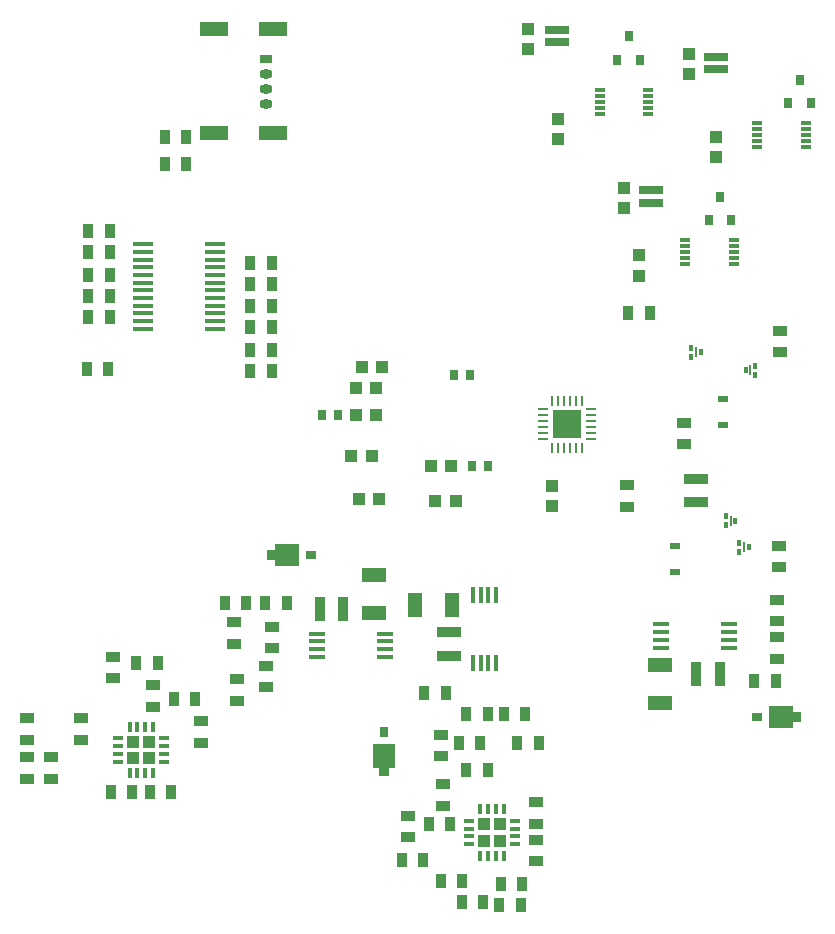
<source format=gbp>
%FSLAX44Y44*%
%MOMM*%
G71*
G01*
G75*
G04 Layer_Color=128*
%ADD10R,1.2192X0.8128*%
%ADD11R,0.6500X0.2500*%
%ADD12R,0.1900X0.7500*%
%ADD13R,1.6500X4.4000*%
%ADD14R,0.8128X1.2192*%
%ADD15R,0.3048X0.8128*%
%ADD16R,0.8128X0.3048*%
%ADD17R,0.6500X0.8500*%
%ADD18R,0.9500X0.6500*%
%ADD19R,2.0066X0.8128*%
%ADD20R,0.3556X1.4224*%
%ADD21R,1.2192X2.0066*%
%ADD22R,2.0066X1.2192*%
%ADD23R,1.0160X1.1176*%
%ADD24O,1.0000X0.2500*%
%ADD25O,0.2500X1.0000*%
%ADD26R,2.4500X2.4500*%
%ADD27R,0.8000X0.9000*%
%ADD28R,2.1000X0.7000*%
%ADD29R,0.7112X0.9144*%
%ADD30R,0.8890X0.3048*%
%ADD31R,0.2000X0.9100*%
%ADD32R,0.4500X0.5000*%
%ADD33R,0.8300X0.6300*%
%ADD34R,1.1176X1.0160*%
%ADD35O,1.6500X0.3000*%
%ADD36R,1.3000X1.9000*%
%ADD37R,0.9144X0.7112*%
%ADD38O,2.1000X0.3000*%
%ADD39O,0.3000X2.1000*%
%ADD40R,1.4224X0.3556*%
%ADD41R,0.8500X0.6500*%
%ADD42R,0.6500X0.9500*%
%ADD43R,0.8128X2.0066*%
%ADD44C,0.5080*%
%ADD45C,0.2540*%
%ADD46C,0.0000*%
%ADD47R,1.9500X2.0000*%
%ADD48R,0.6500X0.8500*%
%ADD49R,2.0000X1.9500*%
%ADD50R,1.2700X1.2700*%
%ADD51C,1.2700*%
%ADD52C,1.0160*%
%ADD53R,2.7178X2.7178*%
%ADD54R,1.0668X1.0670*%
%ADD55C,1.0670*%
%ADD56R,1.0670X1.0670*%
%ADD57R,2.7178X2.7178*%
%ADD58C,4.2000*%
%ADD59C,0.5000*%
%ADD60C,1.1540*%
%ADD61R,1.0670X1.0670*%
%ADD62C,1.5240*%
%ADD63C,0.9652*%
%ADD64C,0.4540*%
%ADD65C,1.0160*%
%ADD66C,2.0320*%
%ADD67C,1.7780*%
%ADD68C,1.8290*%
%ADD69C,5.2160*%
%ADD70C,1.5160*%
%ADD71C,1.9160*%
G04:AMPARAMS|DCode=72|XSize=2.424mm|YSize=2.424mm|CornerRadius=0mm|HoleSize=0mm|Usage=FLASHONLY|Rotation=0.000|XOffset=0mm|YOffset=0mm|HoleType=Round|Shape=Relief|Width=0.254mm|Gap=0.254mm|Entries=4|*
%AMTHD72*
7,0,0,2.4240,1.9160,0.2540,45*
%
%ADD72THD72*%
G04:AMPARAMS|DCode=73|XSize=2.286mm|YSize=2.286mm|CornerRadius=0mm|HoleSize=0mm|Usage=FLASHONLY|Rotation=0.000|XOffset=0mm|YOffset=0mm|HoleType=Round|Shape=Relief|Width=0.254mm|Gap=0.254mm|Entries=4|*
%AMTHD73*
7,0,0,2.2860,1.7780,0.2540,45*
%
%ADD73THD73*%
%ADD74C,2.6160*%
%ADD75C,1.7272*%
%ADD76C,1.2160*%
G04:AMPARAMS|DCode=77|XSize=2.2352mm|YSize=2.2352mm|CornerRadius=0mm|HoleSize=0mm|Usage=FLASHONLY|Rotation=0.000|XOffset=0mm|YOffset=0mm|HoleType=Round|Shape=Relief|Width=0.254mm|Gap=0.254mm|Entries=4|*
%AMTHD77*
7,0,0,2.2352,1.7272,0.2540,45*
%
%ADD77THD77*%
G04:AMPARAMS|DCode=78|XSize=2.337mm|YSize=2.337mm|CornerRadius=0mm|HoleSize=0mm|Usage=FLASHONLY|Rotation=0.000|XOffset=0mm|YOffset=0mm|HoleType=Round|Shape=Relief|Width=0.254mm|Gap=0.254mm|Entries=4|*
%AMTHD78*
7,0,0,2.3370,1.8290,0.2540,45*
%
%ADD78THD78*%
%ADD79O,1.1000X0.8000*%
%ADD80R,1.1000X0.8000*%
%ADD81R,2.4000X1.2000*%
%ADD82R,1.7000X0.3500*%
%ADD83R,1.1176X1.1000*%
%ADD84R,1.1000X1.1000*%
%ADD85R,1.1176X1.1176*%
%ADD86R,1.1000X1.1176*%
%ADD87R,1.1000X1.1176*%
%ADD88R,1.1000X1.1000*%
%ADD89R,1.1176X1.1000*%
%ADD90R,1.1176X1.1000*%
%ADD91C,0.2500*%
%ADD92C,0.1270*%
%ADD93C,0.1000*%
%ADD94C,0.6000*%
%ADD95C,0.1524*%
%ADD96C,0.2000*%
%ADD97C,0.2032*%
%ADD98C,0.4064*%
%ADD99R,0.7620X0.4572*%
%ADD100R,0.4572X0.7620*%
%ADD101R,1.2192X1.2000*%
%ADD102R,1.2000X1.2000*%
%ADD103R,1.2192X1.2192*%
%ADD104R,1.2000X1.2192*%
%ADD105R,1.2000X1.2192*%
%ADD106R,1.2000X1.2000*%
%ADD107R,1.2192X1.2000*%
%ADD108R,1.2000X1.2000*%
%ADD109R,1.4224X1.0160*%
%ADD110R,0.8532X0.4532*%
%ADD111R,0.3932X0.9532*%
%ADD112R,1.8532X4.6032*%
%ADD113R,1.0160X1.4224*%
%ADD114R,0.5080X1.0160*%
%ADD115R,1.0160X0.5080*%
%ADD116R,0.8532X1.0532*%
%ADD117R,1.1532X0.8532*%
%ADD118R,2.2098X1.0160*%
%ADD119R,0.5588X1.6256*%
%ADD120R,1.4224X2.2098*%
%ADD121R,2.2098X1.4224*%
%ADD122R,1.2192X1.3208*%
%ADD123O,1.2032X0.4532*%
%ADD124O,0.4532X1.2032*%
%ADD125R,2.6532X2.6532*%
%ADD126R,1.0032X1.1032*%
%ADD127R,2.3032X0.9032*%
%ADD128R,0.9144X1.1176*%
%ADD129R,1.0922X0.5080*%
%ADD130R,0.4032X1.1132*%
%ADD131R,0.6532X0.7032*%
%ADD132R,1.0332X0.8332*%
%ADD133R,1.3208X1.2192*%
%ADD134O,1.8532X0.5032*%
%ADD135R,1.5032X2.1032*%
%ADD136R,1.1176X0.9144*%
%ADD137O,2.3032X0.5032*%
%ADD138O,0.5032X2.3032*%
%ADD139R,1.6256X0.5588*%
%ADD140R,1.0532X0.8532*%
%ADD141R,0.8532X1.1532*%
%ADD142R,1.0160X2.2098*%
%ADD143R,2.1532X2.2032*%
%ADD144R,2.2032X2.1532*%
%ADD145R,1.4732X1.4732*%
%ADD146C,1.4732*%
%ADD147C,1.2192*%
%ADD148R,2.9210X2.9210*%
%ADD149R,1.2700X1.2702*%
%ADD150C,1.2702*%
%ADD151R,1.2702X1.2702*%
%ADD152R,2.9210X2.9210*%
%ADD153C,4.4032*%
%ADD154C,0.7032*%
%ADD155C,1.3572*%
%ADD156R,1.2702X1.2702*%
%ADD157C,1.1684*%
%ADD158C,0.6572*%
%ADD159O,1.3032X1.0032*%
%ADD160R,1.3032X1.0032*%
%ADD161R,2.6032X1.4032*%
%ADD162R,1.9032X0.5532*%
D10*
X965200Y466200D02*
D03*
Y448056D02*
D03*
X966470Y406290D02*
D03*
Y424434D02*
D03*
X816610Y506620D02*
D03*
Y524764D02*
D03*
X1249680Y548750D02*
D03*
Y530606D02*
D03*
Y580500D02*
D03*
Y562356D02*
D03*
X821690Y539640D02*
D03*
Y557784D02*
D03*
X687070Y514240D02*
D03*
Y532384D02*
D03*
X792480Y495190D02*
D03*
Y513334D02*
D03*
X614680Y429150D02*
D03*
Y447294D02*
D03*
Y480170D02*
D03*
Y462026D02*
D03*
X635000Y429150D02*
D03*
Y447294D02*
D03*
X660400Y462170D02*
D03*
Y480314D02*
D03*
X721360Y490110D02*
D03*
Y508254D02*
D03*
X762000Y459630D02*
D03*
Y477774D02*
D03*
X789940Y561450D02*
D03*
Y543306D02*
D03*
X1045210Y377300D02*
D03*
Y359156D02*
D03*
X937260Y379620D02*
D03*
Y397764D02*
D03*
X1045210Y409050D02*
D03*
Y390906D02*
D03*
X1170900Y730670D02*
D03*
Y712526D02*
D03*
X1122640Y659330D02*
D03*
Y677474D02*
D03*
X1251980Y808220D02*
D03*
Y790076D02*
D03*
X1250950Y626220D02*
D03*
Y608076D02*
D03*
D14*
X969120Y501650D02*
D03*
X950976D02*
D03*
X1004680Y483870D02*
D03*
X986536D02*
D03*
X980330Y459740D02*
D03*
X998474D02*
D03*
X1004680Y436880D02*
D03*
X986536D02*
D03*
X1230520Y511810D02*
D03*
X1248664D02*
D03*
X1123800Y823270D02*
D03*
X1141944D02*
D03*
X703690Y417830D02*
D03*
X685546D02*
D03*
X834500Y577850D02*
D03*
X816356D02*
D03*
X707280Y527050D02*
D03*
X725424D02*
D03*
X736710Y417830D02*
D03*
X718566D02*
D03*
X739030Y496570D02*
D03*
X757174D02*
D03*
X800210Y577850D02*
D03*
X782066D02*
D03*
X1033890Y340360D02*
D03*
X1015746D02*
D03*
X983090Y342900D02*
D03*
X964946D02*
D03*
X982870Y325120D02*
D03*
X1001014D02*
D03*
X1036430Y483870D02*
D03*
X1018286D02*
D03*
X1032620Y322580D02*
D03*
X1014476D02*
D03*
X972930Y391160D02*
D03*
X954786D02*
D03*
X950070Y360680D02*
D03*
X931926D02*
D03*
X1047860Y459740D02*
D03*
X1029716D02*
D03*
X666640Y838200D02*
D03*
X684784D02*
D03*
X821800Y848360D02*
D03*
X803656D02*
D03*
X731410Y972820D02*
D03*
X749554D02*
D03*
X731410Y949960D02*
D03*
X749554D02*
D03*
X821800Y866140D02*
D03*
X803656D02*
D03*
X821800Y811530D02*
D03*
X803656D02*
D03*
X821800Y829310D02*
D03*
X803656D02*
D03*
X821800Y792480D02*
D03*
X803656D02*
D03*
X821800Y774700D02*
D03*
X803656D02*
D03*
X666640Y875030D02*
D03*
X684784D02*
D03*
X666640Y855980D02*
D03*
X684784D02*
D03*
X666640Y820420D02*
D03*
X684784D02*
D03*
X665370Y775970D02*
D03*
X683514D02*
D03*
X666640Y892810D02*
D03*
X684784D02*
D03*
D15*
X701450Y473202D02*
D03*
X707950D02*
D03*
X714502D02*
D03*
X721106D02*
D03*
Y433640D02*
D03*
X714502D02*
D03*
X707950D02*
D03*
X701450D02*
D03*
X998474Y403352D02*
D03*
X1005078D02*
D03*
X1011630D02*
D03*
X1018130D02*
D03*
Y363790D02*
D03*
X1011630D02*
D03*
X1005078D02*
D03*
X998474D02*
D03*
D16*
X731012Y463296D02*
D03*
Y456692D02*
D03*
Y450140D02*
D03*
Y443640D02*
D03*
X691450D02*
D03*
Y450140D02*
D03*
Y456692D02*
D03*
Y463296D02*
D03*
X988568Y373790D02*
D03*
Y380290D02*
D03*
Y386842D02*
D03*
Y393446D02*
D03*
X1028130D02*
D03*
Y386842D02*
D03*
Y380290D02*
D03*
Y373790D02*
D03*
D17*
X916940Y469020D02*
D03*
D18*
Y435220D02*
D03*
D19*
X971550Y533400D02*
D03*
Y553560D02*
D03*
X1181100Y683260D02*
D03*
Y663100D02*
D03*
D20*
X1005332Y585010D02*
D03*
X1011936D02*
D03*
X998780D02*
D03*
X992280D02*
D03*
Y527304D02*
D03*
X998780D02*
D03*
X1005332D02*
D03*
X1011936D02*
D03*
D21*
X974850Y576580D02*
D03*
X942848D02*
D03*
D22*
X1150620Y525270D02*
D03*
Y493268D02*
D03*
X908050Y569470D02*
D03*
Y601472D02*
D03*
D23*
X1059140Y659830D02*
D03*
Y676966D02*
D03*
X1197610Y972686D02*
D03*
Y955550D02*
D03*
X1174750Y1042536D02*
D03*
Y1025400D02*
D03*
X1120140Y929386D02*
D03*
Y912250D02*
D03*
X1132840Y872236D02*
D03*
Y855100D02*
D03*
X1064260Y970670D02*
D03*
Y987806D02*
D03*
X1038860Y1046870D02*
D03*
Y1064006D02*
D03*
D24*
X1091840Y741790D02*
D03*
Y736790D02*
D03*
Y731790D02*
D03*
Y726790D02*
D03*
Y721790D02*
D03*
Y716790D02*
D03*
X1051840D02*
D03*
Y721790D02*
D03*
Y726790D02*
D03*
Y731790D02*
D03*
Y736790D02*
D03*
Y741790D02*
D03*
D25*
X1059340Y749290D02*
D03*
X1064340D02*
D03*
X1069340D02*
D03*
X1074340D02*
D03*
X1079340D02*
D03*
X1084340D02*
D03*
Y709290D02*
D03*
X1079340D02*
D03*
X1074340D02*
D03*
X1069340D02*
D03*
X1064340D02*
D03*
X1059340D02*
D03*
D26*
X1071840Y729290D02*
D03*
D27*
X1191920Y901860D02*
D03*
X1210920D02*
D03*
X1201420Y921860D02*
D03*
X1123950Y1057750D02*
D03*
X1133450Y1037750D02*
D03*
X1114450D02*
D03*
X1259230Y1001040D02*
D03*
X1278230D02*
D03*
X1268730Y1021040D02*
D03*
D28*
X1143000Y916770D02*
D03*
Y927270D02*
D03*
X1062990Y1052660D02*
D03*
Y1063160D02*
D03*
X1197610Y1029800D02*
D03*
Y1040300D02*
D03*
D29*
X976240Y771280D02*
D03*
X989344D02*
D03*
X864680Y736910D02*
D03*
X877784D02*
D03*
X991680Y693730D02*
D03*
X1004784D02*
D03*
D30*
X1140714Y1007110D02*
D03*
Y997030D02*
D03*
Y992030D02*
D03*
Y1012190D02*
D03*
X1099693Y997030D02*
D03*
Y1012190D02*
D03*
Y1007110D02*
D03*
Y992030D02*
D03*
X1140714Y1002030D02*
D03*
X1099693D02*
D03*
X1233043Y974210D02*
D03*
X1274064D02*
D03*
X1233043Y964210D02*
D03*
Y979290D02*
D03*
Y984370D02*
D03*
Y969210D02*
D03*
X1274064Y984370D02*
D03*
Y964210D02*
D03*
Y969210D02*
D03*
Y979290D02*
D03*
X1172083Y875030D02*
D03*
X1213104D02*
D03*
X1172083Y865030D02*
D03*
Y880110D02*
D03*
Y885190D02*
D03*
Y870030D02*
D03*
X1213104Y885190D02*
D03*
Y865030D02*
D03*
Y870030D02*
D03*
Y880110D02*
D03*
D31*
X1181060Y790250D02*
D03*
X1221700Y625150D02*
D03*
X1210310Y647700D02*
D03*
X1226780Y775010D02*
D03*
D32*
X1184890Y790250D02*
D03*
X1177120Y794000D02*
D03*
Y786500D02*
D03*
X1225530Y625150D02*
D03*
X1217760Y628900D02*
D03*
Y621400D02*
D03*
X1214140Y647700D02*
D03*
X1206370Y651450D02*
D03*
Y643950D02*
D03*
X1222950Y775010D02*
D03*
X1230720Y771260D02*
D03*
Y778760D02*
D03*
D33*
X1203920Y728300D02*
D03*
Y750600D02*
D03*
X1163280Y603840D02*
D03*
Y626140D02*
D03*
D34*
X910160Y736910D02*
D03*
X893024D02*
D03*
X898240Y777550D02*
D03*
X915376D02*
D03*
X956660Y693730D02*
D03*
X973796D02*
D03*
X895700Y665790D02*
D03*
X912836D02*
D03*
X906390Y702310D02*
D03*
X889254D02*
D03*
X960270Y664600D02*
D03*
X977406D02*
D03*
X910160Y759770D02*
D03*
X893024D02*
D03*
D40*
X1151080Y553212D02*
D03*
Y559816D02*
D03*
Y546660D02*
D03*
Y540160D02*
D03*
X1208786D02*
D03*
Y546660D02*
D03*
Y553212D02*
D03*
Y559816D02*
D03*
X917750Y538988D02*
D03*
Y532384D02*
D03*
Y545540D02*
D03*
Y552040D02*
D03*
X860044D02*
D03*
Y545540D02*
D03*
Y538988D02*
D03*
Y532384D02*
D03*
D41*
X1232780Y481330D02*
D03*
X855100Y618490D02*
D03*
D42*
X1266580Y481330D02*
D03*
X821300Y618490D02*
D03*
D43*
X1201420Y518160D02*
D03*
X1181260D02*
D03*
X862330Y572770D02*
D03*
X882490D02*
D03*
D47*
X916942Y448453D02*
D03*
D49*
X1253333Y481335D02*
D03*
X834549Y618487D02*
D03*
D79*
X816610Y1000760D02*
D03*
Y1013460D02*
D03*
Y1026160D02*
D03*
D80*
Y1038860D02*
D03*
D81*
X823110Y975660D02*
D03*
Y1063960D02*
D03*
X773110D02*
D03*
Y975660D02*
D03*
D82*
X773450Y810070D02*
D03*
Y816570D02*
D03*
Y823070D02*
D03*
Y829570D02*
D03*
Y836070D02*
D03*
Y842570D02*
D03*
Y849070D02*
D03*
Y855570D02*
D03*
Y862070D02*
D03*
Y868570D02*
D03*
Y875070D02*
D03*
Y881570D02*
D03*
X712450Y810070D02*
D03*
Y816570D02*
D03*
Y823070D02*
D03*
Y829570D02*
D03*
Y836070D02*
D03*
Y842570D02*
D03*
Y849070D02*
D03*
Y855570D02*
D03*
Y862070D02*
D03*
Y868570D02*
D03*
Y875070D02*
D03*
Y881570D02*
D03*
D83*
X718312Y446390D02*
D03*
D84*
X704200Y446390D02*
D03*
D85*
X718312Y460502D02*
D03*
X1001268Y390652D02*
D03*
D86*
X704200Y460502D02*
D03*
D87*
X1015380Y390652D02*
D03*
D88*
X1015380Y376540D02*
D03*
D89*
X1001268Y376540D02*
D03*
M02*

</source>
